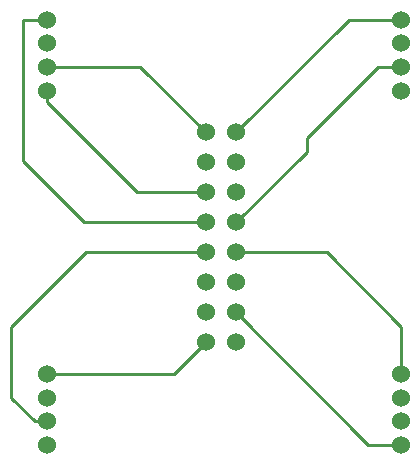
<source format=gbr>
G04 #@! TF.FileFunction,Copper,L1,Top,Signal*
%FSLAX46Y46*%
G04 Gerber Fmt 4.6, Leading zero omitted, Abs format (unit mm)*
G04 Created by KiCad (PCBNEW 4.0.1-3.201512221402+6198~38~ubuntu15.04.1-stable) date Mon 11 Jan 2016 14:02:37 CET*
%MOMM*%
G01*
G04 APERTURE LIST*
%ADD10C,0.100000*%
%ADD11C,1.524000*%
%ADD12C,0.250000*%
G04 APERTURE END LIST*
D10*
D11*
X88000000Y-78000000D03*
X88000000Y-80000000D03*
X88000000Y-82000000D03*
X88000000Y-84000000D03*
X88000000Y-108000000D03*
X88000000Y-110000000D03*
X88000000Y-112000000D03*
X88000000Y-114000000D03*
X118000000Y-78000000D03*
X118000000Y-80000000D03*
X118000000Y-82000000D03*
X118000000Y-84000000D03*
X118000000Y-108000000D03*
X118000000Y-110000000D03*
X118000000Y-112000000D03*
X118000000Y-114000000D03*
X101460000Y-87540000D03*
X104000000Y-87540000D03*
X101460000Y-90080000D03*
X104000000Y-90080000D03*
X101460000Y-92620000D03*
X104000000Y-92620000D03*
X101460000Y-95160000D03*
X104000000Y-95160000D03*
X101460000Y-97700000D03*
X104000000Y-97700000D03*
X101460000Y-100240000D03*
X104000000Y-100240000D03*
X101460000Y-102780000D03*
X104000000Y-102780000D03*
X101460000Y-105320000D03*
X104000000Y-105320000D03*
D12*
X88000000Y-78000000D02*
X86000000Y-78000000D01*
X91160000Y-95160000D02*
X101460000Y-95160000D01*
X86000000Y-90000000D02*
X91160000Y-95160000D01*
X86000000Y-78000000D02*
X86000000Y-90000000D01*
X88000000Y-82000000D02*
X95920000Y-82000000D01*
X95920000Y-82000000D02*
X101460000Y-87540000D01*
X88000000Y-84000000D02*
X88000000Y-85000000D01*
X95620000Y-92620000D02*
X101460000Y-92620000D01*
X88000000Y-85000000D02*
X95620000Y-92620000D01*
X88000000Y-108000000D02*
X98780000Y-108000000D01*
X98780000Y-108000000D02*
X101460000Y-105320000D01*
X88000000Y-112000000D02*
X87000000Y-112000000D01*
X91300000Y-97700000D02*
X101460000Y-97700000D01*
X85000000Y-104000000D02*
X91300000Y-97700000D01*
X85000000Y-110000000D02*
X85000000Y-104000000D01*
X87000000Y-112000000D02*
X85000000Y-110000000D01*
X118000000Y-78000000D02*
X113540000Y-78000000D01*
X113540000Y-78000000D02*
X104000000Y-87540000D01*
X118000000Y-82000000D02*
X116000000Y-82000000D01*
X110000000Y-89160000D02*
X104000000Y-95160000D01*
X110000000Y-88000000D02*
X110000000Y-89160000D01*
X116000000Y-82000000D02*
X110000000Y-88000000D01*
X118000000Y-108000000D02*
X118000000Y-104000000D01*
X111700000Y-97700000D02*
X104000000Y-97700000D01*
X118000000Y-104000000D02*
X111700000Y-97700000D01*
X118000000Y-114000000D02*
X115220000Y-114000000D01*
X115220000Y-114000000D02*
X104000000Y-102780000D01*
M02*

</source>
